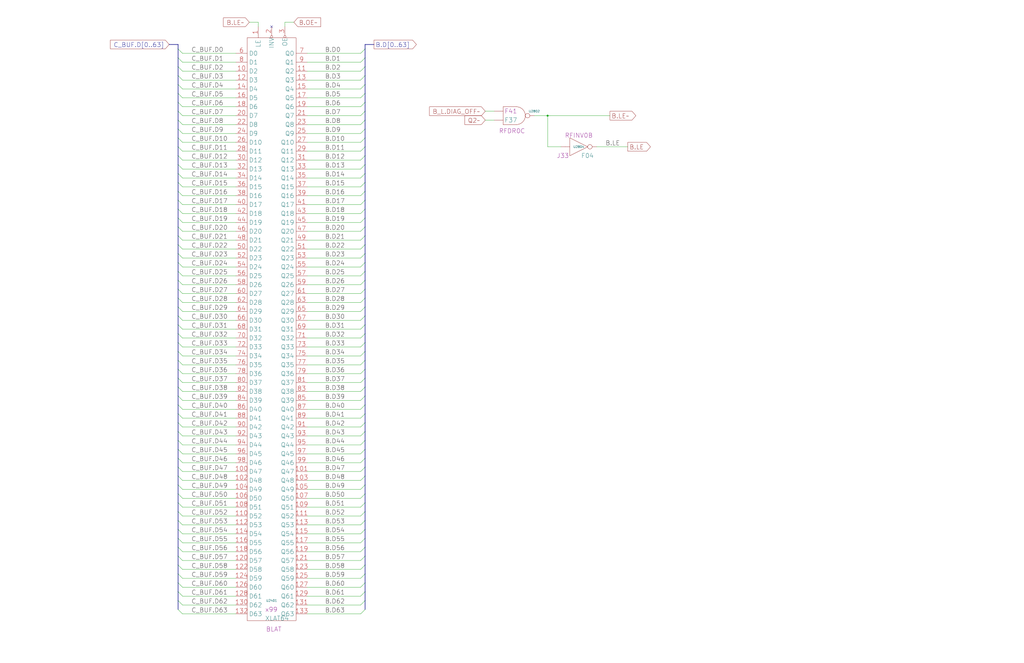
<source format=kicad_sch>
(kicad_sch (version 20230121) (generator eeschema)
  (paper "User" 584.2 378.46)
  (title_block (title "B LATCH") (date "15-MAR-90") (rev "1.0") (comment 1 "TYPE") (comment 2 "232-003062") (comment 3 "S400") (comment 4 "RELEASED"))
  (lib_symbols
    (symbol "r1000:F04" (pin_numbers hide) (pin_names hide)
      (property "Reference" "U" (at 0 0 0))
      (property "Value" "F04" (at 1.27 -5.08 0))
      (property "Location" "___" (at -12.7 -5.08 0))
      (property "Name" "______" (at 0 5.08 0))
      (symbol "F04_0_1"
        (polyline (pts (xy -7.62 0) (xy -5.08 0)) (stroke (width 0.1524)))
        (polyline (pts (xy -5.08 5.08) (xy -5.08 -5.08)) (stroke (width 0.1524)))
        (polyline (pts (xy 5.08 0) (xy -5.08 -5.08)) (stroke (width 0.1524)))
        (polyline (pts (xy 5.08 0) (xy -5.08 5.08)) (stroke (width 0.1524)))
        (circle (center 6.35 0) (radius 1.27) (stroke (width 0.1524)))
      )
      (symbol "F04_1_1"
        (pin input line (at -10.16 0 0) (length 2.54) (name "D0") (number "1"))
        (pin output line (at 10.16 0 180) (length 2.54) (name "Q") (number "2"))
      )
    )
    (symbol "r1000:F37" (pin_numbers hide) (pin_names (offset 0) hide)
      (property "Reference" "U" (at 15.24 0 0))
      (property "Value" "F37" (at 1.905 -5.08 0))
      (property "Location" "___" (at 1.905 0 0))
      (property "Name" "______" (at 2.54 -12.7 0))
      (symbol "F37_0_1"
        (polyline (pts (xy -2.54 -7.62) (xy 5.08 -7.62)) (stroke (width 0.1524)))
        (polyline (pts (xy -2.54 2.54) (xy -2.54 -7.62)) (stroke (width 0.1524)))
        (polyline (pts (xy -2.54 2.54) (xy 5.08 2.54)) (stroke (width 0.1524)))
        (arc (start 5.08 -7.62) (mid 10.1282 -2.54) (end 5.08 2.54) (stroke (width 0.1524)))
        (circle (center 11.43 -2.54) (radius 1.27) (stroke (width 0.1524)))
      )
      (symbol "F37_0_2"
        (circle (center -3.81 -5.08) (radius 1.27) (stroke (width 0.1524)))
        (circle (center -3.81 0) (radius 1.27) (stroke (width 0.1524)))
        (arc (start -3.175 -7.62) (mid -2.134 -2.54) (end -3.175 2.54) (stroke (width 0.1524)))
        (polyline (pts (xy -3.175 -7.62) (xy 3.81 -7.62)) (stroke (width 0.1524)))
        (polyline (pts (xy -3.175 2.54) (xy 3.81 2.54)) (stroke (width 0.1524)))
        (arc (start 3.81 -7.62) (mid 7.5855 -5.8306) (end 10.16 -2.54) (stroke (width 0.1524)))
        (arc (start 10.16 -2.54) (mid 7.5827 0.7471) (end 3.81 2.54) (stroke (width 0.1524)))
      )
      (symbol "F37_1_1"
        (pin input line (at -7.62 0 0) (length 5.08) (name "D0") (number "1"))
        (pin input line (at -7.62 -5.08 0) (length 5.08) (name "D1") (number "2"))
        (pin output line (at 15.24 -2.54 180) (length 2.54) (name "Q") (number "3"))
      )
      (symbol "F37_1_2"
        (pin input line (at -7.62 0 0) (length 2.54) (name "D0") (number "1"))
        (pin input line (at -7.62 -5.08 0) (length 2.54) (name "D1") (number "2"))
        (pin output line (at 15.24 -2.54 180) (length 5.08) (name "Q") (number "3"))
      )
    )
    (symbol "r1000:XLAT64" (pin_names (offset 1.016))
      (property "Reference" "U" (at 2.54 5.08 0))
      (property "Value" "XLAT64" (at -1.27 -5.08 0))
      (property "Location" "___" (at -1.27 0 0))
      (property "Name" "______" (at 3.81 -12.7 0))
      (symbol "XLAT64_1_1"
        (rectangle (start -11.43 326.39) (end 16.51 -6.35))
        (circle (center 2.54 327.025) (radius 0.635))
        (circle (center 10.16 327.025) (radius 0.635))
        (pin input line (at -5.08 332.74 270) (length 6.35) (name "LE") (number "1"))
        (pin input line (at -17.78 307.34 0) (length 6.35) (name "D2") (number "10"))
        (pin input line (at -17.78 78.74 0) (length 6.35) (name "D47") (number "100"))
        (pin tri_state line (at 22.86 78.74 180) (length 6.35) (name "Q47") (number "101"))
        (pin input line (at -17.78 73.66 0) (length 6.35) (name "D48") (number "102"))
        (pin tri_state line (at 22.86 73.66 180) (length 6.35) (name "Q48") (number "103"))
        (pin input line (at -17.78 68.58 0) (length 6.35) (name "D49") (number "104"))
        (pin tri_state line (at 22.86 68.58 180) (length 6.35) (name "Q49") (number "105"))
        (pin input line (at -17.78 63.5 0) (length 6.35) (name "D50") (number "106"))
        (pin tri_state line (at 22.86 63.5 180) (length 6.35) (name "Q50") (number "107"))
        (pin input line (at -17.78 58.42 0) (length 6.35) (name "D51") (number "108"))
        (pin tri_state line (at 22.86 58.42 180) (length 6.35) (name "Q51") (number "109"))
        (pin tri_state line (at 22.86 307.34 180) (length 6.35) (name "Q2") (number "11"))
        (pin input line (at -17.78 53.34 0) (length 6.35) (name "D52") (number "110"))
        (pin tri_state line (at 22.86 53.34 180) (length 6.35) (name "Q52") (number "111"))
        (pin input line (at -17.78 48.26 0) (length 6.35) (name "D53") (number "112"))
        (pin tri_state line (at 22.86 48.26 180) (length 6.35) (name "Q53") (number "113"))
        (pin input line (at -17.78 43.18 0) (length 6.35) (name "D54") (number "114"))
        (pin tri_state line (at 22.86 43.18 180) (length 6.35) (name "Q54") (number "115"))
        (pin input line (at -17.78 38.1 0) (length 6.35) (name "D55") (number "116"))
        (pin tri_state line (at 22.86 38.1 180) (length 6.35) (name "Q55") (number "117"))
        (pin input line (at -17.78 33.02 0) (length 6.35) (name "D56") (number "118"))
        (pin tri_state line (at 22.86 33.02 180) (length 6.35) (name "Q56") (number "119"))
        (pin input line (at -17.78 302.26 0) (length 6.35) (name "D3") (number "12"))
        (pin input line (at -17.78 27.94 0) (length 6.35) (name "D57") (number "120"))
        (pin tri_state line (at 22.86 27.94 180) (length 6.35) (name "Q57") (number "121"))
        (pin input line (at -17.78 22.86 0) (length 6.35) (name "D58") (number "122"))
        (pin tri_state line (at 22.86 22.86 180) (length 6.35) (name "Q58") (number "123"))
        (pin input line (at -17.78 17.78 0) (length 6.35) (name "D59") (number "124"))
        (pin tri_state line (at 22.86 17.78 180) (length 6.35) (name "Q59") (number "125"))
        (pin input line (at -17.78 12.7 0) (length 6.35) (name "D60") (number "126"))
        (pin tri_state line (at 22.86 12.7 180) (length 6.35) (name "Q60") (number "127"))
        (pin input line (at -17.78 7.62 0) (length 6.35) (name "D61") (number "128"))
        (pin tri_state line (at 22.86 7.62 180) (length 6.35) (name "Q61") (number "129"))
        (pin tri_state line (at 22.86 302.26 180) (length 6.35) (name "Q3") (number "13"))
        (pin input line (at -17.78 2.54 0) (length 6.35) (name "D62") (number "130"))
        (pin tri_state line (at 22.86 2.54 180) (length 6.35) (name "Q62") (number "131"))
        (pin input line (at -17.78 -2.54 0) (length 6.35) (name "D63") (number "132"))
        (pin tri_state line (at 22.86 -2.54 180) (length 6.35) (name "Q63") (number "133"))
        (pin input line (at -17.78 297.18 0) (length 6.35) (name "D4") (number "14"))
        (pin tri_state line (at 22.86 297.18 180) (length 6.35) (name "Q4") (number "15"))
        (pin input line (at -17.78 292.1 0) (length 6.35) (name "D5") (number "16"))
        (pin tri_state line (at 22.86 292.1 180) (length 6.35) (name "Q5") (number "17"))
        (pin input line (at -17.78 287.02 0) (length 6.35) (name "D6") (number "18"))
        (pin tri_state line (at 22.86 287.02 180) (length 6.35) (name "Q6") (number "19"))
        (pin input line (at 2.54 332.74 270) (length 5.08) (name "INV") (number "2"))
        (pin input line (at -17.78 281.94 0) (length 6.35) (name "D7") (number "20"))
        (pin tri_state line (at 22.86 281.94 180) (length 6.35) (name "Q7") (number "21"))
        (pin input line (at -17.78 276.86 0) (length 6.35) (name "D8") (number "22"))
        (pin tri_state line (at 22.86 276.86 180) (length 6.35) (name "Q8") (number "23"))
        (pin input line (at -17.78 271.78 0) (length 6.35) (name "D9") (number "24"))
        (pin tri_state line (at 22.86 271.78 180) (length 6.35) (name "Q9") (number "25"))
        (pin input line (at -17.78 266.7 0) (length 6.35) (name "D10") (number "26"))
        (pin tri_state line (at 22.86 266.7 180) (length 6.35) (name "Q10") (number "27"))
        (pin input line (at -17.78 261.62 0) (length 6.35) (name "D11") (number "28"))
        (pin tri_state line (at 22.86 261.62 180) (length 6.35) (name "Q11") (number "29"))
        (pin input line (at 10.16 332.74 270) (length 5.08) (name "OE") (number "3"))
        (pin input line (at -17.78 256.54 0) (length 6.35) (name "D12") (number "30"))
        (pin tri_state line (at 22.86 256.54 180) (length 6.35) (name "Q12") (number "31"))
        (pin input line (at -17.78 251.46 0) (length 6.35) (name "D13") (number "32"))
        (pin tri_state line (at 22.86 251.46 180) (length 6.35) (name "Q13") (number "33"))
        (pin input line (at -17.78 246.38 0) (length 6.35) (name "D14") (number "34"))
        (pin tri_state line (at 22.86 246.38 180) (length 6.35) (name "Q14") (number "35"))
        (pin input line (at -17.78 241.3 0) (length 6.35) (name "D15") (number "36"))
        (pin tri_state line (at 22.86 241.3 180) (length 6.35) (name "Q15") (number "37"))
        (pin input line (at -17.78 236.22 0) (length 6.35) (name "D16") (number "38"))
        (pin tri_state line (at 22.86 236.22 180) (length 6.35) (name "Q16") (number "39"))
        (pin input line (at -17.78 231.14 0) (length 6.35) (name "D17") (number "40"))
        (pin tri_state line (at 22.86 231.14 180) (length 6.35) (name "Q17") (number "41"))
        (pin input line (at -17.78 226.06 0) (length 6.35) (name "D18") (number "42"))
        (pin tri_state line (at 22.86 226.06 180) (length 6.35) (name "Q18") (number "43"))
        (pin input line (at -17.78 220.98 0) (length 6.35) (name "D19") (number "44"))
        (pin tri_state line (at 22.86 220.98 180) (length 6.35) (name "Q19") (number "45"))
        (pin input line (at -17.78 215.9 0) (length 6.35) (name "D20") (number "46"))
        (pin tri_state line (at 22.86 215.9 180) (length 6.35) (name "Q20") (number "47"))
        (pin input line (at -17.78 210.82 0) (length 6.35) (name "D21") (number "48"))
        (pin tri_state line (at 22.86 210.82 180) (length 6.35) (name "Q21") (number "49"))
        (pin input line (at -17.78 205.74 0) (length 6.35) (name "D22") (number "50"))
        (pin tri_state line (at 22.86 205.74 180) (length 6.35) (name "Q22") (number "51"))
        (pin input line (at -17.78 200.66 0) (length 6.35) (name "D23") (number "52"))
        (pin tri_state line (at 22.86 200.66 180) (length 6.35) (name "Q23") (number "53"))
        (pin input line (at -17.78 195.58 0) (length 6.35) (name "D24") (number "54"))
        (pin tri_state line (at 22.86 195.58 180) (length 6.35) (name "Q24") (number "55"))
        (pin input line (at -17.78 190.5 0) (length 6.35) (name "D25") (number "56"))
        (pin tri_state line (at 22.86 190.5 180) (length 6.35) (name "Q25") (number "57"))
        (pin input line (at -17.78 185.42 0) (length 6.35) (name "D26") (number "58"))
        (pin tri_state line (at 22.86 185.42 180) (length 6.35) (name "Q26") (number "59"))
        (pin input line (at -17.78 317.5 0) (length 6.35) (name "D0") (number "6"))
        (pin input line (at -17.78 180.34 0) (length 6.35) (name "D27") (number "60"))
        (pin tri_state line (at 22.86 180.34 180) (length 6.35) (name "Q27") (number "61"))
        (pin input line (at -17.78 175.26 0) (length 6.35) (name "D28") (number "62"))
        (pin tri_state line (at 22.86 175.26 180) (length 6.35) (name "Q28") (number "63"))
        (pin input line (at -17.78 170.18 0) (length 6.35) (name "D29") (number "64"))
        (pin tri_state line (at 22.86 170.18 180) (length 6.35) (name "Q29") (number "65"))
        (pin input line (at -17.78 165.1 0) (length 6.35) (name "D30") (number "66"))
        (pin tri_state line (at 22.86 165.1 180) (length 6.35) (name "Q30") (number "67"))
        (pin input line (at -17.78 160.02 0) (length 6.35) (name "D31") (number "68"))
        (pin tri_state line (at 22.86 160.02 180) (length 6.35) (name "Q31") (number "69"))
        (pin tri_state line (at 22.86 317.5 180) (length 6.35) (name "Q0") (number "7"))
        (pin input line (at -17.78 154.94 0) (length 6.35) (name "D32") (number "70"))
        (pin tri_state line (at 22.86 154.94 180) (length 6.35) (name "Q32") (number "71"))
        (pin input line (at -17.78 149.86 0) (length 6.35) (name "D33") (number "72"))
        (pin tri_state line (at 22.86 149.86 180) (length 6.35) (name "Q33") (number "73"))
        (pin input line (at -17.78 144.78 0) (length 6.35) (name "D34") (number "74"))
        (pin tri_state line (at 22.86 144.78 180) (length 6.35) (name "Q34") (number "75"))
        (pin input line (at -17.78 139.7 0) (length 6.35) (name "D35") (number "76"))
        (pin tri_state line (at 22.86 139.7 180) (length 6.35) (name "Q35") (number "77"))
        (pin input line (at -17.78 134.62 0) (length 6.35) (name "D36") (number "78"))
        (pin tri_state line (at 22.86 134.62 180) (length 6.35) (name "Q36") (number "79"))
        (pin input line (at -17.78 312.42 0) (length 6.35) (name "D1") (number "8"))
        (pin input line (at -17.78 129.54 0) (length 6.35) (name "D37") (number "80"))
        (pin tri_state line (at 22.86 129.54 180) (length 6.35) (name "Q37") (number "81"))
        (pin input line (at -17.78 124.46 0) (length 6.35) (name "D38") (number "82"))
        (pin tri_state line (at 22.86 124.46 180) (length 6.35) (name "Q38") (number "83"))
        (pin input line (at -17.78 119.38 0) (length 6.35) (name "D39") (number "84"))
        (pin tri_state line (at 22.86 119.38 180) (length 6.35) (name "Q39") (number "85"))
        (pin input line (at -17.78 114.3 0) (length 6.35) (name "D40") (number "86"))
        (pin tri_state line (at 22.86 114.3 180) (length 6.35) (name "Q40") (number "87"))
        (pin input line (at -17.78 109.22 0) (length 6.35) (name "D41") (number "88"))
        (pin tri_state line (at 22.86 109.22 180) (length 6.35) (name "Q41") (number "89"))
        (pin tri_state line (at 22.86 312.42 180) (length 6.35) (name "Q1") (number "9"))
        (pin input line (at -17.78 104.14 0) (length 6.35) (name "D42") (number "90"))
        (pin tri_state line (at 22.86 104.14 180) (length 6.35) (name "Q42") (number "91"))
        (pin input line (at -17.78 99.06 0) (length 6.35) (name "D43") (number "92"))
        (pin tri_state line (at 22.86 99.06 180) (length 6.35) (name "Q43") (number "93"))
        (pin input line (at -17.78 93.98 0) (length 6.35) (name "D44") (number "94"))
        (pin tri_state line (at 22.86 93.98 180) (length 6.35) (name "Q44") (number "95"))
        (pin input line (at -17.78 88.9 0) (length 6.35) (name "D45") (number "96"))
        (pin tri_state line (at 22.86 88.9 180) (length 6.35) (name "Q45") (number "97"))
        (pin input line (at -17.78 83.82 0) (length 6.35) (name "D46") (number "98"))
        (pin tri_state line (at 22.86 83.82 180) (length 6.35) (name "Q46") (number "99"))
      )
    )
  )
  (junction (at 312.42 66.04))
  (no_connect (at 154.94 15.24))
  (bus_entry (at 208.28 195.58) (size -2.54 2.54))
  (bus_entry (at 101.6 154.94) (size 2.54 2.54))
  (bus_entry (at 101.6 58.42) (size 2.54 2.54))
  (bus_entry (at 101.6 236.22) (size 2.54 2.54))
  (bus_entry (at 101.6 287.02) (size 2.54 2.54))
  (bus_entry (at 208.28 302.26) (size -2.54 2.54))
  (bus_entry (at 208.28 215.9) (size -2.54 2.54))
  (bus_entry (at 208.28 180.34) (size -2.54 2.54))
  (bus_entry (at 101.6 205.74) (size 2.54 2.54))
  (bus_entry (at 101.6 68.58) (size 2.54 2.54))
  (bus_entry (at 208.28 119.38) (size -2.54 2.54))
  (bus_entry (at 208.28 220.98) (size -2.54 2.54))
  (bus_entry (at 101.6 226.06) (size 2.54 2.54))
  (bus_entry (at 208.28 68.58) (size -2.54 2.54))
  (bus_entry (at 101.6 99.06) (size 2.54 2.54))
  (bus_entry (at 208.28 256.54) (size -2.54 2.54))
  (bus_entry (at 208.28 327.66) (size -2.54 2.54))
  (bus_entry (at 101.6 63.5) (size 2.54 2.54))
  (bus_entry (at 101.6 302.26) (size 2.54 2.54))
  (bus_entry (at 101.6 170.18) (size 2.54 2.54))
  (bus_entry (at 101.6 78.74) (size 2.54 2.54))
  (bus_entry (at 208.28 312.42) (size -2.54 2.54))
  (bus_entry (at 101.6 220.98) (size 2.54 2.54))
  (bus_entry (at 208.28 317.5) (size -2.54 2.54))
  (bus_entry (at 101.6 38.1) (size 2.54 2.54))
  (bus_entry (at 101.6 33.02) (size 2.54 2.54))
  (bus_entry (at 208.28 104.14) (size -2.54 2.54))
  (bus_entry (at 101.6 231.14) (size 2.54 2.54))
  (bus_entry (at 208.28 114.3) (size -2.54 2.54))
  (bus_entry (at 208.28 251.46) (size -2.54 2.54))
  (bus_entry (at 208.28 144.78) (size -2.54 2.54))
  (bus_entry (at 101.6 317.5) (size 2.54 2.54))
  (bus_entry (at 101.6 134.62) (size 2.54 2.54))
  (bus_entry (at 208.28 78.74) (size -2.54 2.54))
  (bus_entry (at 208.28 246.38) (size -2.54 2.54))
  (bus_entry (at 101.6 144.78) (size 2.54 2.54))
  (bus_entry (at 101.6 190.5) (size 2.54 2.54))
  (bus_entry (at 208.28 38.1) (size -2.54 2.54))
  (bus_entry (at 208.28 347.98) (size -2.54 2.54))
  (bus_entry (at 101.6 160.02) (size 2.54 2.54))
  (bus_entry (at 208.28 337.82) (size -2.54 2.54))
  (bus_entry (at 208.28 241.3) (size -2.54 2.54))
  (bus_entry (at 101.6 109.22) (size 2.54 2.54))
  (bus_entry (at 208.28 124.46) (size -2.54 2.54))
  (bus_entry (at 101.6 114.3) (size 2.54 2.54))
  (bus_entry (at 208.28 266.7) (size -2.54 2.54))
  (bus_entry (at 101.6 241.3) (size 2.54 2.54))
  (bus_entry (at 208.28 154.94) (size -2.54 2.54))
  (bus_entry (at 208.28 63.5) (size -2.54 2.54))
  (bus_entry (at 101.6 327.66) (size 2.54 2.54))
  (bus_entry (at 208.28 33.02) (size -2.54 2.54))
  (bus_entry (at 101.6 27.94) (size 2.54 2.54))
  (bus_entry (at 101.6 246.38) (size 2.54 2.54))
  (bus_entry (at 101.6 271.78) (size 2.54 2.54))
  (bus_entry (at 208.28 175.26) (size -2.54 2.54))
  (bus_entry (at 101.6 297.18) (size 2.54 2.54))
  (bus_entry (at 208.28 99.06) (size -2.54 2.54))
  (bus_entry (at 101.6 332.74) (size 2.54 2.54))
  (bus_entry (at 208.28 292.1) (size -2.54 2.54))
  (bus_entry (at 208.28 53.34) (size -2.54 2.54))
  (bus_entry (at 101.6 210.82) (size 2.54 2.54))
  (bus_entry (at 101.6 281.94) (size 2.54 2.54))
  (bus_entry (at 101.6 342.9) (size 2.54 2.54))
  (bus_entry (at 208.28 226.06) (size -2.54 2.54))
  (bus_entry (at 208.28 139.7) (size -2.54 2.54))
  (bus_entry (at 208.28 231.14) (size -2.54 2.54))
  (bus_entry (at 101.6 83.82) (size 2.54 2.54))
  (bus_entry (at 101.6 73.66) (size 2.54 2.54))
  (bus_entry (at 208.28 210.82) (size -2.54 2.54))
  (bus_entry (at 101.6 292.1) (size 2.54 2.54))
  (bus_entry (at 101.6 215.9) (size 2.54 2.54))
  (bus_entry (at 208.28 185.42) (size -2.54 2.54))
  (bus_entry (at 208.28 205.74) (size -2.54 2.54))
  (bus_entry (at 101.6 175.26) (size 2.54 2.54))
  (bus_entry (at 101.6 185.42) (size 2.54 2.54))
  (bus_entry (at 208.28 109.22) (size -2.54 2.54))
  (bus_entry (at 208.28 134.62) (size -2.54 2.54))
  (bus_entry (at 101.6 276.86) (size 2.54 2.54))
  (bus_entry (at 208.28 27.94) (size -2.54 2.54))
  (bus_entry (at 101.6 139.7) (size 2.54 2.54))
  (bus_entry (at 101.6 124.46) (size 2.54 2.54))
  (bus_entry (at 101.6 322.58) (size 2.54 2.54))
  (bus_entry (at 101.6 256.54) (size 2.54 2.54))
  (bus_entry (at 101.6 312.42) (size 2.54 2.54))
  (bus_entry (at 101.6 104.14) (size 2.54 2.54))
  (bus_entry (at 208.28 236.22) (size -2.54 2.54))
  (bus_entry (at 101.6 266.7) (size 2.54 2.54))
  (bus_entry (at 208.28 332.74) (size -2.54 2.54))
  (bus_entry (at 101.6 53.34) (size 2.54 2.54))
  (bus_entry (at 208.28 160.02) (size -2.54 2.54))
  (bus_entry (at 208.28 287.02) (size -2.54 2.54))
  (bus_entry (at 101.6 251.46) (size 2.54 2.54))
  (bus_entry (at 208.28 165.1) (size -2.54 2.54))
  (bus_entry (at 208.28 58.42) (size -2.54 2.54))
  (bus_entry (at 101.6 307.34) (size 2.54 2.54))
  (bus_entry (at 208.28 43.18) (size -2.54 2.54))
  (bus_entry (at 101.6 180.34) (size 2.54 2.54))
  (bus_entry (at 208.28 83.82) (size -2.54 2.54))
  (bus_entry (at 208.28 307.34) (size -2.54 2.54))
  (bus_entry (at 208.28 281.94) (size -2.54 2.54))
  (bus_entry (at 208.28 190.5) (size -2.54 2.54))
  (bus_entry (at 208.28 129.54) (size -2.54 2.54))
  (bus_entry (at 101.6 347.98) (size 2.54 2.54))
  (bus_entry (at 101.6 48.26) (size 2.54 2.54))
  (bus_entry (at 101.6 195.58) (size 2.54 2.54))
  (bus_entry (at 208.28 297.18) (size -2.54 2.54))
  (bus_entry (at 208.28 261.62) (size -2.54 2.54))
  (bus_entry (at 101.6 88.9) (size 2.54 2.54))
  (bus_entry (at 208.28 73.66) (size -2.54 2.54))
  (bus_entry (at 101.6 149.86) (size 2.54 2.54))
  (bus_entry (at 208.28 149.86) (size -2.54 2.54))
  (bus_entry (at 101.6 165.1) (size 2.54 2.54))
  (bus_entry (at 208.28 88.9) (size -2.54 2.54))
  (bus_entry (at 208.28 342.9) (size -2.54 2.54))
  (bus_entry (at 101.6 129.54) (size 2.54 2.54))
  (bus_entry (at 101.6 119.38) (size 2.54 2.54))
  (bus_entry (at 208.28 322.58) (size -2.54 2.54))
  (bus_entry (at 208.28 93.98) (size -2.54 2.54))
  (bus_entry (at 101.6 261.62) (size 2.54 2.54))
  (bus_entry (at 208.28 48.26) (size -2.54 2.54))
  (bus_entry (at 208.28 200.66) (size -2.54 2.54))
  (bus_entry (at 101.6 200.66) (size 2.54 2.54))
  (bus_entry (at 101.6 93.98) (size 2.54 2.54))
  (bus_entry (at 208.28 271.78) (size -2.54 2.54))
  (bus_entry (at 208.28 170.18) (size -2.54 2.54))
  (bus_entry (at 101.6 337.82) (size 2.54 2.54))
  (bus_entry (at 101.6 43.18) (size 2.54 2.54))
  (bus_entry (at 208.28 276.86) (size -2.54 2.54))
  (bus (pts (xy 101.6 251.46) (xy 101.6 256.54)))
  (wire (pts (xy 312.42 66.04) (xy 347.98 66.04)))
  (wire (pts (xy 134.62 66.04) (xy 104.14 66.04)))
  (bus (pts (xy 208.28 246.38) (xy 208.28 251.46)))
  (wire (pts (xy 175.26 132.08) (xy 205.74 132.08)))
  (bus (pts (xy 208.28 292.1) (xy 208.28 297.18)))
  (wire (pts (xy 175.26 294.64) (xy 205.74 294.64)))
  (wire (pts (xy 175.26 50.8) (xy 205.74 50.8)))
  (bus (pts (xy 208.28 210.82) (xy 208.28 215.9)))
  (wire (pts (xy 175.26 60.96) (xy 205.74 60.96)))
  (wire (pts (xy 134.62 335.28) (xy 104.14 335.28)))
  (bus (pts (xy 101.6 144.78) (xy 101.6 149.86)))
  (bus (pts (xy 101.6 246.38) (xy 101.6 251.46)))
  (bus (pts (xy 101.6 38.1) (xy 101.6 43.18)))
  (bus (pts (xy 208.28 58.42) (xy 208.28 63.5)))
  (wire (pts (xy 175.26 320.04) (xy 205.74 320.04)))
  (bus (pts (xy 101.6 220.98) (xy 101.6 226.06)))
  (wire (pts (xy 175.26 350.52) (xy 205.74 350.52)))
  (wire (pts (xy 175.26 91.44) (xy 205.74 91.44)))
  (wire (pts (xy 134.62 137.16) (xy 104.14 137.16)))
  (wire (pts (xy 175.26 208.28) (xy 205.74 208.28)))
  (bus (pts (xy 208.28 297.18) (xy 208.28 302.26)))
  (wire (pts (xy 134.62 152.4) (xy 104.14 152.4)))
  (bus (pts (xy 101.6 114.3) (xy 101.6 119.38)))
  (wire (pts (xy 134.62 208.28) (xy 104.14 208.28)))
  (wire (pts (xy 175.26 167.64) (xy 205.74 167.64)))
  (bus (pts (xy 101.6 93.98) (xy 101.6 99.06)))
  (bus (pts (xy 101.6 215.9) (xy 101.6 220.98)))
  (bus (pts (xy 208.28 99.06) (xy 208.28 104.14)))
  (wire (pts (xy 175.26 218.44) (xy 205.74 218.44)))
  (wire (pts (xy 175.26 35.56) (xy 205.74 35.56)))
  (bus (pts (xy 101.6 68.58) (xy 101.6 73.66)))
  (bus (pts (xy 208.28 185.42) (xy 208.28 190.5)))
  (bus (pts (xy 208.28 109.22) (xy 208.28 114.3)))
  (bus (pts (xy 101.6 154.94) (xy 101.6 160.02)))
  (bus (pts (xy 208.28 195.58) (xy 208.28 200.66)))
  (wire (pts (xy 175.26 254) (xy 205.74 254)))
  (wire (pts (xy 134.62 350.52) (xy 104.14 350.52)))
  (wire (pts (xy 134.62 345.44) (xy 104.14 345.44)))
  (bus (pts (xy 208.28 119.38) (xy 208.28 124.46)))
  (bus (pts (xy 208.28 144.78) (xy 208.28 149.86)))
  (bus (pts (xy 208.28 73.66) (xy 208.28 78.74)))
  (bus (pts (xy 101.6 337.82) (xy 101.6 342.9)))
  (wire (pts (xy 340.36 83.82) (xy 358.14 83.82)))
  (wire (pts (xy 175.26 30.48) (xy 205.74 30.48)))
  (wire (pts (xy 134.62 71.12) (xy 104.14 71.12)))
  (wire (pts (xy 134.62 213.36) (xy 104.14 213.36)))
  (wire (pts (xy 175.26 223.52) (xy 205.74 223.52)))
  (wire (pts (xy 134.62 294.64) (xy 104.14 294.64)))
  (bus (pts (xy 101.6 119.38) (xy 101.6 124.46)))
  (bus (pts (xy 101.6 327.66) (xy 101.6 332.74)))
  (bus (pts (xy 213.36 25.4) (xy 208.28 25.4)))
  (bus (pts (xy 101.6 104.14) (xy 101.6 109.22)))
  (bus (pts (xy 208.28 175.26) (xy 208.28 180.34)))
  (bus (pts (xy 101.6 170.18) (xy 101.6 175.26)))
  (bus (pts (xy 101.6 195.58) (xy 101.6 200.66)))
  (wire (pts (xy 134.62 193.04) (xy 104.14 193.04)))
  (wire (pts (xy 175.26 45.72) (xy 205.74 45.72)))
  (bus (pts (xy 101.6 43.18) (xy 101.6 48.26)))
  (wire (pts (xy 175.26 147.32) (xy 205.74 147.32)))
  (wire (pts (xy 134.62 243.84) (xy 104.14 243.84)))
  (wire (pts (xy 175.26 269.24) (xy 205.74 269.24)))
  (bus (pts (xy 208.28 281.94) (xy 208.28 287.02)))
  (wire (pts (xy 175.26 284.48) (xy 205.74 284.48)))
  (bus (pts (xy 208.28 200.66) (xy 208.28 205.74)))
  (wire (pts (xy 175.26 264.16) (xy 205.74 264.16)))
  (wire (pts (xy 134.62 106.68) (xy 104.14 106.68)))
  (wire (pts (xy 162.56 12.7) (xy 162.56 15.24)))
  (wire (pts (xy 134.62 269.24) (xy 104.14 269.24)))
  (wire (pts (xy 134.62 127) (xy 104.14 127)))
  (bus (pts (xy 208.28 129.54) (xy 208.28 134.62)))
  (bus (pts (xy 101.6 53.34) (xy 101.6 58.42)))
  (wire (pts (xy 134.62 228.6) (xy 104.14 228.6)))
  (bus (pts (xy 101.6 297.18) (xy 101.6 302.26)))
  (wire (pts (xy 175.26 40.64) (xy 205.74 40.64)))
  (bus (pts (xy 101.6 63.5) (xy 101.6 68.58)))
  (wire (pts (xy 175.26 157.48) (xy 205.74 157.48)))
  (wire (pts (xy 134.62 86.36) (xy 104.14 86.36)))
  (wire (pts (xy 175.26 243.84) (xy 205.74 243.84)))
  (bus (pts (xy 208.28 261.62) (xy 208.28 266.7)))
  (wire (pts (xy 175.26 309.88) (xy 205.74 309.88)))
  (wire (pts (xy 276.86 68.58) (xy 281.94 68.58)))
  (wire (pts (xy 175.26 142.24) (xy 205.74 142.24)))
  (bus (pts (xy 208.28 307.34) (xy 208.28 312.42)))
  (wire (pts (xy 175.26 76.2) (xy 205.74 76.2)))
  (bus (pts (xy 208.28 104.14) (xy 208.28 109.22)))
  (wire (pts (xy 175.26 198.12) (xy 205.74 198.12)))
  (wire (pts (xy 175.26 238.76) (xy 205.74 238.76)))
  (wire (pts (xy 134.62 157.48) (xy 104.14 157.48)))
  (bus (pts (xy 208.28 327.66) (xy 208.28 332.74)))
  (bus (pts (xy 101.6 205.74) (xy 101.6 210.82)))
  (wire (pts (xy 134.62 279.4) (xy 104.14 279.4)))
  (wire (pts (xy 134.62 299.72) (xy 104.14 299.72)))
  (wire (pts (xy 175.26 71.12) (xy 205.74 71.12)))
  (bus (pts (xy 101.6 200.66) (xy 101.6 205.74)))
  (bus (pts (xy 101.6 129.54) (xy 101.6 134.62)))
  (bus (pts (xy 101.6 276.86) (xy 101.6 281.94)))
  (bus (pts (xy 208.28 88.9) (xy 208.28 93.98)))
  (wire (pts (xy 134.62 172.72) (xy 104.14 172.72)))
  (wire (pts (xy 134.62 274.32) (xy 104.14 274.32)))
  (bus (pts (xy 101.6 271.78) (xy 101.6 276.86)))
  (bus (pts (xy 208.28 251.46) (xy 208.28 256.54)))
  (bus (pts (xy 208.28 271.78) (xy 208.28 276.86)))
  (bus (pts (xy 101.6 226.06) (xy 101.6 231.14)))
  (bus (pts (xy 101.6 312.42) (xy 101.6 317.5)))
  (bus (pts (xy 208.28 149.86) (xy 208.28 154.94)))
  (wire (pts (xy 175.26 335.28) (xy 205.74 335.28)))
  (bus (pts (xy 208.28 134.62) (xy 208.28 139.7)))
  (bus (pts (xy 208.28 124.46) (xy 208.28 129.54)))
  (wire (pts (xy 134.62 45.72) (xy 104.14 45.72)))
  (bus (pts (xy 208.28 276.86) (xy 208.28 281.94)))
  (bus (pts (xy 101.6 160.02) (xy 101.6 165.1)))
  (bus (pts (xy 101.6 33.02) (xy 101.6 38.1)))
  (bus (pts (xy 101.6 307.34) (xy 101.6 312.42)))
  (bus (pts (xy 101.6 241.3) (xy 101.6 246.38)))
  (wire (pts (xy 175.26 279.4) (xy 205.74 279.4)))
  (wire (pts (xy 134.62 96.52) (xy 104.14 96.52)))
  (wire (pts (xy 134.62 35.56) (xy 104.14 35.56)))
  (wire (pts (xy 134.62 325.12) (xy 104.14 325.12)))
  (wire (pts (xy 175.26 111.76) (xy 205.74 111.76)))
  (wire (pts (xy 134.62 330.2) (xy 104.14 330.2)))
  (wire (pts (xy 175.26 193.04) (xy 205.74 193.04)))
  (bus (pts (xy 101.6 266.7) (xy 101.6 271.78)))
  (wire (pts (xy 175.26 314.96) (xy 205.74 314.96)))
  (bus (pts (xy 208.28 43.18) (xy 208.28 48.26)))
  (bus (pts (xy 101.6 165.1) (xy 101.6 170.18)))
  (wire (pts (xy 134.62 142.24) (xy 104.14 142.24)))
  (bus (pts (xy 101.6 175.26) (xy 101.6 180.34)))
  (wire (pts (xy 134.62 76.2) (xy 104.14 76.2)))
  (wire (pts (xy 175.26 345.44) (xy 205.74 345.44)))
  (bus (pts (xy 208.28 53.34) (xy 208.28 58.42)))
  (bus (pts (xy 101.6 48.26) (xy 101.6 53.34)))
  (wire (pts (xy 134.62 81.28) (xy 104.14 81.28)))
  (bus (pts (xy 208.28 139.7) (xy 208.28 144.78)))
  (bus (pts (xy 208.28 83.82) (xy 208.28 88.9)))
  (wire (pts (xy 134.62 91.44) (xy 104.14 91.44)))
  (bus (pts (xy 101.6 236.22) (xy 101.6 241.3)))
  (wire (pts (xy 175.26 213.36) (xy 205.74 213.36)))
  (bus (pts (xy 208.28 287.02) (xy 208.28 292.1)))
  (bus (pts (xy 208.28 256.54) (xy 208.28 261.62)))
  (bus (pts (xy 101.6 73.66) (xy 101.6 78.74)))
  (wire (pts (xy 175.26 137.16) (xy 205.74 137.16)))
  (bus (pts (xy 101.6 210.82) (xy 101.6 215.9)))
  (wire (pts (xy 134.62 218.44) (xy 104.14 218.44)))
  (wire (pts (xy 134.62 30.48) (xy 104.14 30.48)))
  (bus (pts (xy 101.6 190.5) (xy 101.6 195.58)))
  (wire (pts (xy 175.26 152.4) (xy 205.74 152.4)))
  (wire (pts (xy 276.86 63.5) (xy 281.94 63.5)))
  (bus (pts (xy 101.6 281.94) (xy 101.6 287.02)))
  (wire (pts (xy 175.26 96.52) (xy 205.74 96.52)))
  (wire (pts (xy 134.62 55.88) (xy 104.14 55.88)))
  (wire (pts (xy 134.62 284.48) (xy 104.14 284.48)))
  (wire (pts (xy 175.26 289.56) (xy 205.74 289.56)))
  (bus (pts (xy 101.6 124.46) (xy 101.6 129.54)))
  (wire (pts (xy 147.32 12.7) (xy 147.32 15.24)))
  (bus (pts (xy 208.28 317.5) (xy 208.28 322.58)))
  (wire (pts (xy 175.26 233.68) (xy 205.74 233.68)))
  (bus (pts (xy 208.28 93.98) (xy 208.28 99.06)))
  (bus (pts (xy 96.52 25.4) (xy 101.6 25.4)))
  (wire (pts (xy 134.62 340.36) (xy 104.14 340.36)))
  (bus (pts (xy 208.28 160.02) (xy 208.28 165.1)))
  (wire (pts (xy 134.62 147.32) (xy 104.14 147.32)))
  (wire (pts (xy 175.26 162.56) (xy 205.74 162.56)))
  (bus (pts (xy 101.6 261.62) (xy 101.6 266.7)))
  (wire (pts (xy 134.62 187.96) (xy 104.14 187.96)))
  (bus (pts (xy 208.28 312.42) (xy 208.28 317.5)))
  (wire (pts (xy 175.26 203.2) (xy 205.74 203.2)))
  (wire (pts (xy 175.26 55.88) (xy 205.74 55.88)))
  (bus (pts (xy 208.28 114.3) (xy 208.28 119.38)))
  (wire (pts (xy 134.62 223.52) (xy 104.14 223.52)))
  (wire (pts (xy 312.42 83.82) (xy 312.42 66.04)))
  (wire (pts (xy 134.62 132.08) (xy 104.14 132.08)))
  (wire (pts (xy 134.62 259.08) (xy 104.14 259.08)))
  (wire (pts (xy 142.24 12.7) (xy 147.32 12.7)))
  (wire (pts (xy 175.26 172.72) (xy 205.74 172.72)))
  (wire (pts (xy 175.26 101.6) (xy 205.74 101.6)))
  (wire (pts (xy 175.26 116.84) (xy 205.74 116.84)))
  (bus (pts (xy 208.28 78.74) (xy 208.28 83.82)))
  (bus (pts (xy 101.6 317.5) (xy 101.6 322.58)))
  (wire (pts (xy 134.62 203.2) (xy 104.14 203.2)))
  (bus (pts (xy 208.28 337.82) (xy 208.28 342.9)))
  (wire (pts (xy 134.62 309.88) (xy 104.14 309.88)))
  (wire (pts (xy 134.62 289.56) (xy 104.14 289.56)))
  (wire (pts (xy 175.26 121.92) (xy 205.74 121.92)))
  (wire (pts (xy 167.64 12.7) (xy 162.56 12.7)))
  (wire (pts (xy 134.62 314.96) (xy 104.14 314.96)))
  (wire (pts (xy 134.62 101.6) (xy 104.14 101.6)))
  (bus (pts (xy 208.28 33.02) (xy 208.28 38.1)))
  (bus (pts (xy 208.28 63.5) (xy 208.28 68.58)))
  (bus (pts (xy 208.28 25.4) (xy 208.28 27.94)))
  (wire (pts (xy 175.26 325.12) (xy 205.74 325.12)))
  (bus (pts (xy 101.6 83.82) (xy 101.6 88.9)))
  (bus (pts (xy 208.28 205.74) (xy 208.28 210.82)))
  (bus (pts (xy 208.28 226.06) (xy 208.28 231.14)))
  (wire (pts (xy 175.26 81.28) (xy 205.74 81.28)))
  (bus (pts (xy 101.6 58.42) (xy 101.6 63.5)))
  (bus (pts (xy 208.28 302.26) (xy 208.28 307.34)))
  (bus (pts (xy 208.28 48.26) (xy 208.28 53.34)))
  (wire (pts (xy 134.62 238.76) (xy 104.14 238.76)))
  (bus (pts (xy 101.6 322.58) (xy 101.6 327.66)))
  (wire (pts (xy 175.26 106.68) (xy 205.74 106.68)))
  (wire (pts (xy 175.26 330.2) (xy 205.74 330.2)))
  (bus (pts (xy 208.28 231.14) (xy 208.28 236.22)))
  (wire (pts (xy 175.26 304.8) (xy 205.74 304.8)))
  (bus (pts (xy 208.28 322.58) (xy 208.28 327.66)))
  (wire (pts (xy 134.62 60.96) (xy 104.14 60.96)))
  (wire (pts (xy 134.62 320.04) (xy 104.14 320.04)))
  (bus (pts (xy 101.6 332.74) (xy 101.6 337.82)))
  (wire (pts (xy 175.26 66.04) (xy 205.74 66.04)))
  (wire (pts (xy 134.62 264.16) (xy 104.14 264.16)))
  (wire (pts (xy 134.62 248.92) (xy 104.14 248.92)))
  (wire (pts (xy 134.62 50.8) (xy 104.14 50.8)))
  (bus (pts (xy 208.28 190.5) (xy 208.28 195.58)))
  (bus (pts (xy 208.28 236.22) (xy 208.28 241.3)))
  (bus (pts (xy 101.6 78.74) (xy 101.6 83.82)))
  (bus (pts (xy 208.28 38.1) (xy 208.28 43.18)))
  (wire (pts (xy 175.26 340.36) (xy 205.74 340.36)))
  (wire (pts (xy 134.62 116.84) (xy 104.14 116.84)))
  (bus (pts (xy 208.28 170.18) (xy 208.28 175.26)))
  (wire (pts (xy 134.62 167.64) (xy 104.14 167.64)))
  (bus (pts (xy 101.6 139.7) (xy 101.6 144.78)))
  (bus (pts (xy 208.28 180.34) (xy 208.28 185.42)))
  (wire (pts (xy 134.62 162.56) (xy 104.14 162.56)))
  (wire (pts (xy 175.26 274.32) (xy 205.74 274.32)))
  (bus (pts (xy 101.6 287.02) (xy 101.6 292.1)))
  (bus (pts (xy 101.6 292.1) (xy 101.6 297.18)))
  (bus (pts (xy 101.6 302.26) (xy 101.6 307.34)))
  (wire (pts (xy 134.62 182.88) (xy 104.14 182.88)))
  (wire (pts (xy 175.26 127) (xy 205.74 127)))
  (bus (pts (xy 208.28 241.3) (xy 208.28 246.38)))
  (wire (pts (xy 175.26 86.36) (xy 205.74 86.36)))
  (bus (pts (xy 101.6 99.06) (xy 101.6 104.14)))
  (wire (pts (xy 134.62 111.76) (xy 104.14 111.76)))
  (wire (pts (xy 134.62 40.64) (xy 104.14 40.64)))
  (wire (pts (xy 175.26 248.92) (xy 205.74 248.92)))
  (bus (pts (xy 208.28 220.98) (xy 208.28 226.06)))
  (bus (pts (xy 208.28 154.94) (xy 208.28 160.02)))
  (bus (pts (xy 208.28 342.9) (xy 208.28 347.98)))
  (wire (pts (xy 134.62 254) (xy 104.14 254)))
  (bus (pts (xy 101.6 149.86) (xy 101.6 154.94)))
  (wire (pts (xy 175.26 228.6) (xy 205.74 228.6)))
  (wire (pts (xy 175.26 182.88) (xy 205.74 182.88)))
  (bus (pts (xy 208.28 165.1) (xy 208.28 170.18)))
  (bus (pts (xy 101.6 134.62) (xy 101.6 139.7)))
  (wire (pts (xy 134.62 121.92) (xy 104.14 121.92)))
  (bus (pts (xy 208.28 27.94) (xy 208.28 33.02)))
  (bus (pts (xy 101.6 185.42) (xy 101.6 190.5)))
  (wire (pts (xy 175.26 177.8) (xy 205.74 177.8)))
  (wire (pts (xy 175.26 187.96) (xy 205.74 187.96)))
  (bus (pts (xy 101.6 231.14) (xy 101.6 236.22)))
  (bus (pts (xy 101.6 256.54) (xy 101.6 261.62)))
  (wire (pts (xy 175.26 259.08) (xy 205.74 259.08)))
  (bus (pts (xy 208.28 332.74) (xy 208.28 337.82)))
  (bus (pts (xy 208.28 68.58) (xy 208.28 73.66)))
  (bus (pts (xy 101.6 109.22) (xy 101.6 114.3)))
  (wire (pts (xy 134.62 177.8) (xy 104.14 177.8)))
  (bus (pts (xy 208.28 215.9) (xy 208.28 220.98)))
  (bus (pts (xy 101.6 25.4) (xy 101.6 27.94)))
  (bus (pts (xy 208.28 266.7) (xy 208.28 271.78)))
  (wire (pts (xy 134.62 198.12) (xy 104.14 198.12)))
  (wire (pts (xy 304.8 66.04) (xy 312.42 66.04)))
  (wire (pts (xy 134.62 233.68) (xy 104.14 233.68)))
  (bus (pts (xy 101.6 180.34) (xy 101.6 185.42)))
  (wire (pts (xy 320.04 83.82) (xy 312.42 83.82)))
  (bus (pts (xy 101.6 27.94) (xy 101.6 33.02)))
  (bus (pts (xy 101.6 88.9) (xy 101.6 93.98)))
  (wire (pts (xy 175.26 299.72) (xy 205.74 299.72)))
  (wire (pts (xy 134.62 304.8) (xy 104.14 304.8)))
  (bus (pts (xy 101.6 342.9) (xy 101.6 347.98)))
  (label "B.D55" (at 185.42 309.88 0) (effects (font (size 2.54 2.54))))
  (label "B.D57" (at 185.42 320.04 0) (effects (font (size 2.54 2.54))))
  (label "C_BUF.D59" (at 109.22 330.2 0) (effects (font (size 2.54 2.54))))
  (label "C_BUF.D4" (at 109.22 50.8 0) (effects (font (size 2.54 2.54))))
  (label "C_BUF.D44" (at 109.22 254 0) (effects (font (size 2.54 2.54))))
  (label "C_BUF.D37" (at 109.22 218.44 0) (effects (font (size 2.54 2.54))))
  (label "C_BUF.D15" (at 109.22 106.68 0) (effects (font (size 2.54 2.54))))
  (label "B.D49" (at 185.42 279.4 0) (effects (font (size 2.54 2.54))))
  (label "C_BUF.D43" (at 109.22 248.92 0) (effects (font (size 2.54 2.54))))
  (label "B.D59" (at 185.42 330.2 0) (effects (font (size 2.54 2.54))))
  (label "B.D5" (at 185.42 55.88 0) (effects (font (size 2.54 2.54))))
  (label "C_BUF.D36" (at 109.22 213.36 0) (effects (font (size 2.54 2.54))))
  (label "C_BUF.D56" (at 109.22 314.96 0) (effects (font (size 2.54 2.54))))
  (label "B.LE" (at 345.44 83.82 0) (effects (font (size 2.54 2.54))))
  (label "B.D21" (at 185.42 137.16 0) (effects (font (size 2.54 2.54))))
  (label "B.D40" (at 185.42 233.68 0) (effects (font (size 2.54 2.54))))
  (label "C_BUF.D23" (at 109.22 147.32 0) (effects (font (size 2.54 2.54))))
  (label "B.D15" (at 185.42 106.68 0) (effects (font (size 2.54 2.54))))
  (label "B.D44" (at 185.42 254 0) (effects (font (size 2.54 2.54))))
  (label "C_BUF.D45" (at 109.22 259.08 0) (effects (font (size 2.54 2.54))))
  (label "B.D31" (at 185.42 187.96 0) (effects (font (size 2.54 2.54))))
  (label "C_BUF.D28" (at 109.22 172.72 0) (effects (font (size 2.54 2.54))))
  (label "C_BUF.D41" (at 109.22 238.76 0) (effects (font (size 2.54 2.54))))
  (label "C_BUF.D26" (at 109.22 162.56 0) (effects (font (size 2.54 2.54))))
  (label "B.D0" (at 185.42 30.48 0) (effects (font (size 2.54 2.54))))
  (label "C_BUF.D47" (at 109.22 269.24 0) (effects (font (size 2.54 2.54))))
  (label "B.D47" (at 185.42 269.24 0) (effects (font (size 2.54 2.54))))
  (label "B.D52" (at 185.42 294.64 0) (effects (font (size 2.54 2.54))))
  (label "B.D36" (at 185.42 213.36 0) (effects (font (size 2.54 2.54))))
  (label "B.D4" (at 185.42 50.8 0) (effects (font (size 2.54 2.54))))
  (label "C_BUF.D1" (at 109.22 35.56 0) (effects (font (size 2.54 2.54))))
  (label "B.D18" (at 185.42 121.92 0) (effects (font (size 2.54 2.54))))
  (label "C_BUF.D51" (at 109.22 289.56 0) (effects (font (size 2.54 2.54))))
  (label "B.D60" (at 185.42 335.28 0) (effects (font (size 2.54 2.54))))
  (label "C_BUF.D12" (at 109.22 91.44 0) (effects (font (size 2.54 2.54))))
  (label "C_BUF.D0" (at 109.22 30.48 0) (effects (font (size 2.54 2.54))))
  (label "B.D8" (at 185.42 71.12 0) (effects (font (size 2.54 2.54))))
  (label "C_BUF.D21" (at 109.22 137.16 0) (effects (font (size 2.54 2.54))))
  (label "B.D19" (at 185.42 127 0) (effects (font (size 2.54 2.54))))
  (label "C_BUF.D6" (at 109.22 60.96 0) (effects (font (size 2.54 2.54))))
  (label "C_BUF.D31" (at 109.22 187.96 0) (effects (font (size 2.54 2.54))))
  (label "C_BUF.D25" (at 109.22 157.48 0) (effects (font (size 2.54 2.54))))
  (label "B.D1" (at 185.42 35.56 0) (effects (font (size 2.54 2.54))))
  (label "B.D43" (at 185.42 248.92 0) (effects (font (size 2.54 2.54))))
  (label "B.D58" (at 185.42 325.12 0) (effects (font (size 2.54 2.54))))
  (label "C_BUF.D27" (at 109.22 167.64 0) (effects (font (size 2.54 2.54))))
  (label "B.D23" (at 185.42 147.32 0) (effects (font (size 2.54 2.54))))
  (label "C_BUF.D16" (at 109.22 111.76 0) (effects (font (size 2.54 2.54))))
  (label "B.D17" (at 185.42 116.84 0) (effects (font (size 2.54 2.54))))
  (label "C_BUF.D17" (at 109.22 116.84 0) (effects (font (size 2.54 2.54))))
  (label "C_BUF.D60" (at 109.22 335.28 0) (effects (font (size 2.54 2.54))))
  (label "B.D63" (at 185.42 350.52 0) (effects (font (size 2.54 2.54))))
  (label "C_BUF.D9" (at 109.22 76.2 0) (effects (font (size 2.54 2.54))))
  (label "C_BUF.D63" (at 109.22 350.52 0) (effects (font (size 2.54 2.54))))
  (label "C_BUF.D39" (at 109.22 228.6 0) (effects (font (size 2.54 2.54))))
  (label "C_BUF.D48" (at 109.22 274.32 0) (effects (font (size 2.54 2.54))))
  (label "C_BUF.D33" (at 109.22 198.12 0) (effects (font (size 2.54 2.54))))
  (label "B.D50" (at 185.42 284.48 0) (effects (font (size 2.54 2.54))))
  (label "B.D25" (at 185.42 157.48 0) (effects (font (size 2.54 2.54))))
  (label "B.D20" (at 185.42 132.08 0) (effects (font (size 2.54 2.54))))
  (label "C_BUF.D20" (at 109.22 132.08 0) (effects (font (size 2.54 2.54))))
  (label "C_BUF.D3" (at 109.22 45.72 0) (effects (font (size 2.54 2.54))))
  (label "C_BUF.D11" (at 109.22 86.36 0) (effects (font (size 2.54 2.54))))
  (label "C_BUF.D52" (at 109.22 294.64 0) (effects (font (size 2.54 2.54))))
  (label "B.D10" (at 185.42 81.28 0) (effects (font (size 2.54 2.54))))
  (label "B.D22" (at 185.42 142.24 0) (effects (font (size 2.54 2.54))))
  (label "B.D42" (at 185.42 243.84 0) (effects (font (size 2.54 2.54))))
  (label "C_BUF.D49" (at 109.22 279.4 0) (effects (font (size 2.54 2.54))))
  (label "C_BUF.D50" (at 109.22 284.48 0) (effects (font (size 2.54 2.54))))
  (label "B.D11" (at 185.42 86.36 0) (effects (font (size 2.54 2.54))))
  (label "B.D39" (at 185.42 228.6 0) (effects (font (size 2.54 2.54))))
  (label "C_BUF.D34" (at 109.22 203.2 0) (effects (font (size 2.54 2.54))))
  (label "C_BUF.D13" (at 109.22 96.52 0) (effects (font (size 2.54 2.54))))
  (label "B.D34" (at 185.42 203.2 0) (effects (font (size 2.54 2.54))))
  (label "C_BUF.D35" (at 109.22 208.28 0) (effects (font (size 2.54 2.54))))
  (label "C_BUF.D30" (at 109.22 182.88 0) (effects (font (size 2.54 2.54))))
  (label "B.D32" (at 185.42 193.04 0) (effects (font (size 2.54 2.54))))
  (label "B.D3" (at 185.42 45.72 0) (effects (font (size 2.54 2.54))))
  (label "B.D26" (at 185.42 162.56 0) (effects (font (size 2.54 2.54))))
  (label "B.D16" (at 185.42 111.76 0) (effects (font (size 2.54 2.54))))
  (label "B.D28" (at 185.42 172.72 0) (effects (font (size 2.54 2.54))))
  (label "B.D14" (at 185.42 101.6 0) (effects (font (size 2.54 2.54))))
  (label "B.D62" (at 185.42 345.44 0) (effects (font (size 2.54 2.54))))
  (label "B.D48" (at 185.42 274.32 0) (effects (font (size 2.54 2.54))))
  (label "B.D24" (at 185.42 152.4 0) (effects (font (size 2.54 2.54))))
  (label "C_BUF.D5" (at 109.22 55.88 0) (effects (font (size 2.54 2.54))))
  (label "B.D45" (at 185.42 259.08 0) (effects (font (size 2.54 2.54))))
  (label "B.D7" (at 185.42 66.04 0) (effects (font (size 2.54 2.54))))
  (label "C_BUF.D7" (at 109.22 66.04 0) (effects (font (size 2.54 2.54))))
  (label "C_BUF.D24" (at 109.22 152.4 0) (effects (font (size 2.54 2.54))))
  (label "B.D13" (at 185.42 96.52 0) (effects (font (size 2.54 2.54))))
  (label "C_BUF.D58" (at 109.22 325.12 0) (effects (font (size 2.54 2.54))))
  (label "C_BUF.D54" (at 109.22 304.8 0) (effects (font (size 2.54 2.54))))
  (label "B.D27" (at 185.42 167.64 0) (effects (font (size 2.54 2.54))))
  (label "B.D41" (at 185.42 238.76 0) (effects (font (size 2.54 2.54))))
  (label "C_BUF.D19" (at 109.22 127 0) (effects (font (size 2.54 2.54))))
  (label "B.D38" (at 185.42 223.52 0) (effects (font (size 2.54 2.54))))
  (label "B.D12" (at 185.42 91.44 0) (effects (font (size 2.54 2.54))))
  (label "C_BUF.D8" (at 109.22 71.12 0) (effects (font (size 2.54 2.54))))
  (label "C_BUF.D46" (at 109.22 264.16 0) (effects (font (size 2.54 2.54))))
  (label "B.D61" (at 185.42 340.36 0) (effects (font (size 2.54 2.54))))
  (label "B.D53" (at 185.42 299.72 0) (effects (font (size 2.54 2.54))))
  (label "B.D35" (at 185.42 208.28 0) (effects (font (size 2.54 2.54))))
  (label "B.D9" (at 185.42 76.2 0) (effects (font (size 2.54 2.54))))
  (label "B.D29" (at 185.42 177.8 0) (effects (font (size 2.54 2.54))))
  (label "C_BUF.D40" (at 109.22 233.68 0) (effects (font (size 2.54 2.54))))
  (label "C_BUF.D38" (at 109.22 223.52 0) (effects (font (size 2.54 2.54))))
  (label "C_BUF.D29" (at 109.22 177.8 0) (effects (font (size 2.54 2.54))))
  (label "C_BUF.D22" (at 109.22 142.24 0) (effects (font (size 2.54 2.54))))
  (label "C_BUF.D62" (at 109.22 345.44 0) (effects (font (size 2.54 2.54))))
  (label "C_BUF.D57" (at 109.22 320.04 0) (effects (font (size 2.54 2.54))))
  (label "C_BUF.D53" (at 109.22 299.72 0) (effects (font (size 2.54 2.54))))
  (label "B.D46" (at 185.42 264.16 0) (effects (font (size 2.54 2.54))))
  (label "C_BUF.D55" (at 109.22 309.88 0) (effects (font (size 2.54 2.54))))
  (label "B.D54" (at 185.42 304.8 0) (effects (font (size 2.54 2.54))))
  (label "B.D33" (at 185.42 198.12 0) (effects (font (size 2.54 2.54))))
  (label "C_BUF.D42" (at 109.22 243.84 0) (effects (font (size 2.54 2.54))))
  (label "C_BUF.D14" (at 109.22 101.6 0) (effects (font (size 2.54 2.54))))
  (label "B.D56" (at 185.42 314.96 0) (effects (font (size 2.54 2.54))))
  (label "B.D6" (at 185.42 60.96 0) (effects (font (size 2.54 2.54))))
  (label "B.D51" (at 185.42 289.56 0) (effects (font (size 2.54 2.54))))
  (label "C_BUF.D18" (at 109.22 121.92 0) (effects (font (size 2.54 2.54))))
  (label "C_BUF.D10" (at 109.22 81.28 0) (effects (font (size 2.54 2.54))))
  (label "C_BUF.D2" (at 109.22 40.64 0) (effects (font (size 2.54 2.54))))
  (label "B.D37" (at 185.42 218.44 0) (effects (font (size 2.54 2.54))))
  (label "B.D2" (at 185.42 40.64 0) (effects (font (size 2.54 2.54))))
  (label "C_BUF.D61" (at 109.22 340.36 0) (effects (font (size 2.54 2.54))))
  (label "C_BUF.D32" (at 109.22 193.04 0) (effects (font (size 2.54 2.54))))
  (label "B.D30" (at 185.42 182.88 0) (effects (font (size 2.54 2.54))))
  (global_label "B.LE" (shape output) (at 358.14 83.82 0) (effects (font (size 2.54 2.54))) (property "Intersheetrefs" "${INTERSHEET_REFS}" (at 372.0543 83.82 0) (effects (justify left))))
  (global_label "Q2~" (shape input) (at 276.86 68.58 180) (effects (font (size 2.54 2.54))) (property "Intersheetrefs" "${INTERSHEET_REFS}" (at 258.9711 68.4213 0) (effects (font (size 1.905 1.905)) (justify right))))
  (global_label "B.LE~" (shape output) (at 347.98 66.04 0) (effects (font (size 2.54 2.54))) (property "Intersheetrefs" "${INTERSHEET_REFS}" (at 362.7241 65.8813 0) (effects (font (size 1.905 1.905)) (justify left))))
  (global_label "B_L.DIAG_OFF~" (shape input) (at 276.86 63.5 180) (effects (font (size 2.54 2.54))) (property "Intersheetrefs" "${INTERSHEET_REFS}" (at 245.0616 63.3413 0) (effects (font (size 1.905 1.905)) (justify right))))
  (global_label "B.D[0..63]" (shape output) (at 213.36 25.4 0) (effects (font (size 2.54 2.54))) (property "Intersheetrefs" "${INTERSHEET_REFS}" (at 237.1755 25.2413 0) (effects (font (size 1.905 1.905)) (justify left))))
  (global_label "B.OE~" (shape input) (at 167.64 12.7 0) (effects (font (size 2.54 2.54))) (property "Intersheetrefs" "${INTERSHEET_REFS}" (at 182.9889 12.5413 0) (effects (font (size 1.905 1.905)) (justify left))))
  (global_label "B.LE~" (shape input) (at 142.24 12.7 180) (effects (font (size 2.54 2.54))) (property "Intersheetrefs" "${INTERSHEET_REFS}" (at 127.4959 12.5413 0) (effects (font (size 1.905 1.905)) (justify right))))
  (global_label "C_BUF.D[0..63]" (shape input) (at 96.52 25.4 180) (effects (font (size 2.54 2.54))) (property "Intersheetrefs" "${INTERSHEET_REFS}" (at 62.3617 25.4 0) (effects (font (size 1.905 1.905)) (justify right))))
  (symbol (lib_id "r1000:XLAT64") (at 152.4 347.98 0) (unit 1)
    (property "Reference" "U2401" (at 154.94 342.9 0))
    (property "Value" "XLAT64" (at 151.13 353.06 0) (effects (font (size 2.54 2.54)) (justify left)))
    (property "Location" "x99" (at 151.13 347.98 0) (effects (font (size 2.54 2.54)) (justify left)))
    (property "Name" "BLAT" (at 156.21 360.68 0) (effects (font (size 2.54 2.54)) (justify bottom)))
  )
  (symbol (lib_id "r1000:F37") (at 289.56 63.5 0) (unit 1)
    (property "Reference" "U2802" (at 304.8 63.5 0))
    (property "Value" "F37" (at 291.465 68.58 0) (effects (font (size 2.54 2.54))))
    (property "Location" "F41" (at 291.465 63.5 0) (effects (font (size 2.54 2.54))))
    (property "Name" "RFDR0C" (at 292.1 76.2 0) (effects (font (size 2.54 2.54)) (justify bottom)))
    (instances (project "TYP" (path "" (reference "U2802") (unit 1)) (path "" (reference "U801") (unit 1))))
  )
  (symbol (lib_id "r1000:F04") (at 330.2 83.82 0) (unit 1)
    (property "Reference" "U2804" (at 330.2 83.82 0))
    (property "Value" "F04" (at 331.47 88.9 0) (effects (font (size 2.54 2.54)) (justify left)))
    (property "Location" "J33" (at 317.5 88.9 0) (effects (font (size 2.54 2.54)) (justify left)))
    (property "Name" "RFINV0B" (at 330.2 78.74 0) (effects (font (size 2.54 2.54)) (justify bottom)))
    (instances (project "TYP" (path "" (reference "U2804") (unit 1)) (path "" (reference "U802") (unit 1))))
  )
)
</source>
